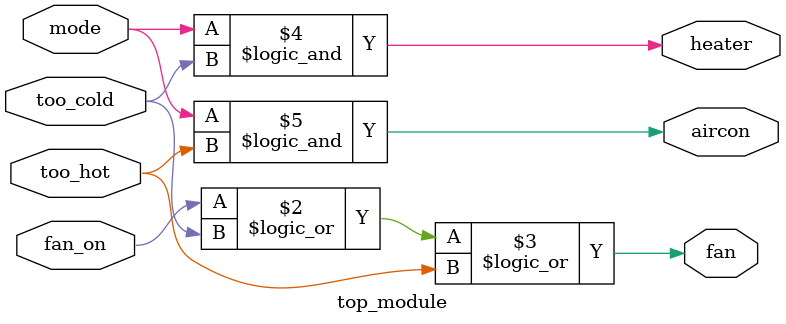
<source format=sv>
module top_module(
	input mode,
	input too_cold, 
	input too_hot,
	input fan_on,
	output reg heater,
	output reg aircon,
	output reg fan
);

always @(*) begin
	// Control the fan
	fan = fan_on || too_cold || too_hot;

	// Control the heater
	heater = mode && too_cold;

	// Control the air conditioner
	aircon = mode && too_hot;
end

endmodule

</source>
